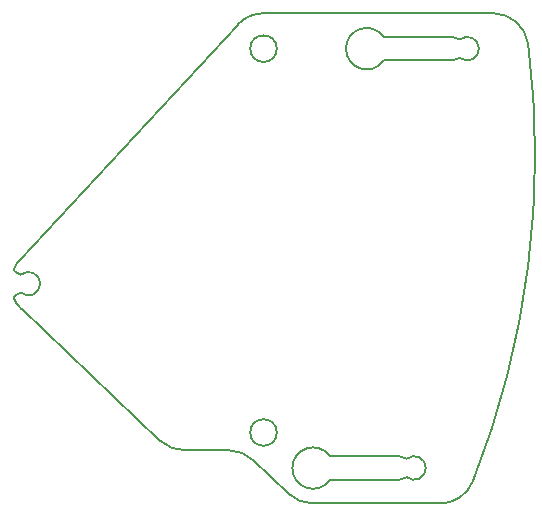
<source format=gbr>
%TF.GenerationSoftware,KiCad,Pcbnew,7.0.2-0*%
%TF.CreationDate,2023-08-02T22:48:59+09:00*%
%TF.ProjectId,power_board,706f7765-725f-4626-9f61-72642e6b6963,rev?*%
%TF.SameCoordinates,Original*%
%TF.FileFunction,Profile,NP*%
%FSLAX46Y46*%
G04 Gerber Fmt 4.6, Leading zero omitted, Abs format (unit mm)*
G04 Created by KiCad (PCBNEW 7.0.2-0) date 2023-08-02 22:48:59*
%MOMM*%
%LPD*%
G01*
G04 APERTURE LIST*
%TA.AperFunction,Profile*%
%ADD10C,0.200000*%
%TD*%
G04 APERTURE END LIST*
D10*
X149999999Y-86999998D02*
G75*
G03*
X147798892Y-87961586I1J-3000002D01*
G01*
X162110078Y-124719352D02*
G75*
G03*
X161485062Y-124499996I-624978J-780648D01*
G01*
X129073903Y-108237096D02*
G75*
G03*
X129045462Y-108302991I166397J-110904D01*
G01*
X129435072Y-109140051D02*
G75*
G03*
X129047919Y-108935162I-649972J-759949D01*
G01*
X155609070Y-124500023D02*
G75*
G03*
X155623262Y-126499996I-1428970J-1010177D01*
G01*
X151110064Y-89999997D02*
G75*
G03*
X151110064Y-89999997I-1125000J0D01*
G01*
X155623262Y-126499996D02*
X161485062Y-126499996D01*
X161485062Y-126499973D02*
G75*
G03*
X162110062Y-126280621I38J999973D01*
G01*
X129073597Y-111563098D02*
G75*
G03*
X129507874Y-112078618I2497103J1662898D01*
G01*
X160157127Y-89000000D02*
G75*
G03*
X160157130Y-90999997I-1436127J-1000000D01*
G01*
X166610060Y-90780626D02*
G75*
G03*
X166610063Y-89219371I625040J780626D01*
G01*
X151110064Y-122499997D02*
G75*
G03*
X151110064Y-122499997I-1125000J0D01*
G01*
X165984591Y-88999997D02*
X160157131Y-88999997D01*
X161485062Y-124499996D02*
X155609109Y-124499996D01*
X152117352Y-127688462D02*
G75*
G03*
X154180098Y-128510159I2062748J2178262D01*
G01*
X129369522Y-107861895D02*
G75*
G03*
X129073890Y-108237087I2201078J-2038405D01*
G01*
X165985064Y-90999975D02*
G75*
G03*
X166610063Y-90780623I36J999975D01*
G01*
X147798891Y-87961585D02*
X129369520Y-107861893D01*
X129507874Y-112078618D02*
X141229387Y-123178310D01*
X129435060Y-110659934D02*
G75*
G03*
X129435063Y-109140064I650040J759934D01*
G01*
X162110059Y-126280625D02*
G75*
G03*
X162110062Y-124719372I625041J780625D01*
G01*
X166610077Y-89219353D02*
G75*
G03*
X165984591Y-88999997I-624977J-780647D01*
G01*
X164926913Y-128510197D02*
G75*
G03*
X167716157Y-126614749I-13J2999997D01*
G01*
X149089956Y-124821685D02*
G75*
G03*
X147027202Y-123999997I-2062756J-2178315D01*
G01*
X128888957Y-111215682D02*
G75*
G03*
X129044965Y-111496213I2696243J1315782D01*
G01*
X169420348Y-86999997D02*
X149999999Y-86999997D01*
X141229368Y-123178330D02*
G75*
G03*
X143292141Y-123999997I2062732J2178330D01*
G01*
X129044956Y-111496215D02*
G75*
G03*
X129073604Y-111563094I195144J44015D01*
G01*
X149089956Y-124821685D02*
X152117344Y-127688471D01*
X154180098Y-128510159D02*
X164926913Y-128510159D01*
X128888998Y-108584333D02*
G75*
G03*
X129047919Y-108935162I224602J-109667D01*
G01*
X129045460Y-108302990D02*
G75*
G03*
X128888959Y-108584313I2539640J-1597010D01*
G01*
X160157130Y-90999997D02*
X165985064Y-90999997D01*
X129047910Y-110864798D02*
G75*
G03*
X128888959Y-111215681I65690J-241202D01*
G01*
X129047915Y-110864817D02*
G75*
G03*
X129435061Y-110659930I-262815J964817D01*
G01*
X172396774Y-89625003D02*
G75*
G03*
X169420348Y-86999997I-2976474J-374997D01*
G01*
X167716157Y-126614749D02*
G75*
G03*
X172396819Y-89624997I-69731057J27614749D01*
G01*
X143292141Y-123999997D02*
X147027202Y-123999997D01*
M02*

</source>
